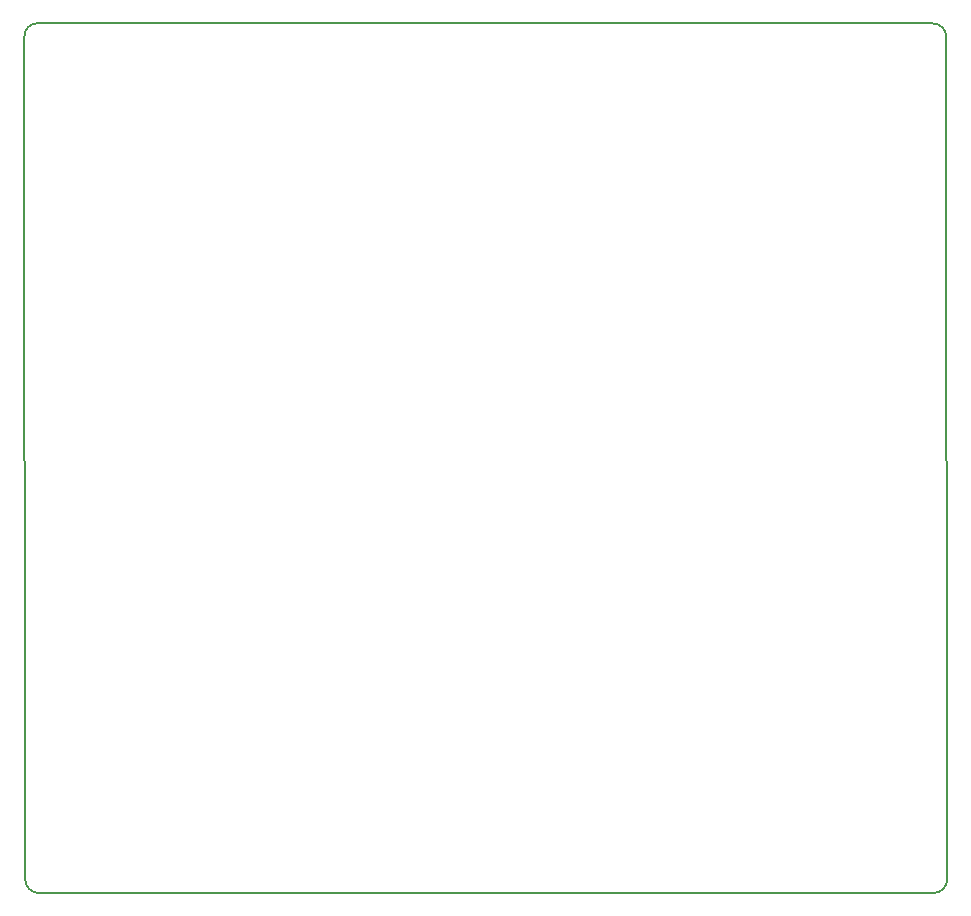
<source format=gbr>
%FSLAX34Y34*%
%MOMM*%
%LNOUTLINE*%
G71*
G01*
%ADD10C,0.200*%
%LPD*%
G54D10*
X10716Y736453D02*
X768335Y736056D01*
G54D10*
G75*
G01X10716Y736453D02*
G03X-794Y724943I0J-11510D01*
G01*
G54D10*
G75*
G01X779845Y724546D02*
G03X768335Y736056I-11510J0D01*
G01*
G54D10*
X-794Y724943D02*
X-1Y11378D01*
G54D10*
G75*
G01X769128Y-133D02*
G03X780638Y11377I0J11510D01*
G01*
G54D10*
X779845Y724546D02*
X780638Y11377D01*
G54D10*
G75*
G01X-1Y11378D02*
G03X11509Y-132I11510J0D01*
G01*
G54D10*
X769128Y-133D02*
X11509Y-132D01*
M02*

</source>
